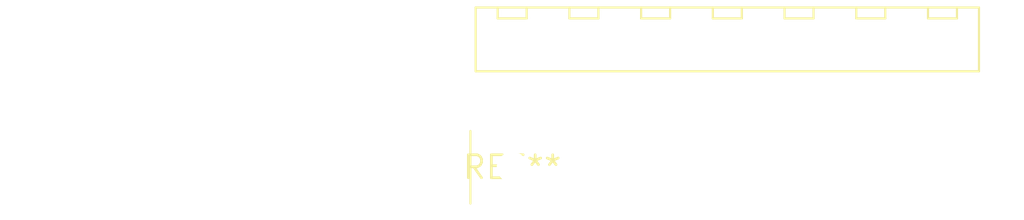
<source format=kicad_pcb>
(kicad_pcb (version 20240108) (generator pcbnew)
  (layers (0 "F.Cu" signal) (31 "B.Cu" signal) (34 "B.Paste" user) (35 "F.Paste" user) (36 "B.SilkS" user "B.Silkscreen") (37 "F.SilkS" user "F.Silkscreen") (38 "B.Mask" user) (39 "F.Mask" user) (44 "Edge.Cuts" user))
  (net 0 "")
  (footprint "Molex_KK-396_A-41792-0007_1x07_P3.96mm_Horizontal" (layer "F.Cu") (at 0 0)
    (property "Reference" "REF**")
    (property "Value" "Molex_KK-396_A-41792-0007_1x07_P3.96mm_Horizontal")
    (fp_line (start -2.305 -2) (end -2.305 2) (layer "F.SilkS") (stroke (width 0.12)))
    (fp_line (start -2.015 -8.82) (end 25.775 -8.82) (layer "F.SilkS") (stroke (width 0.12)))
    (fp_line (start -2.015 -5.3) (end -2.015 -8.82) (layer "F.SilkS") (stroke (width 0.12)))
    (fp_line (start -0.8 -8.82) (end -0.8 -8.22) (layer "F.SilkS") (stroke (width 0.12)))
    (fp_line (start -0.8 -8.22) (end 0.8 -8.22) (layer "F.SilkS") (stroke (width 0.12)))
    (fp_line (start 0.8 -8.22) (end 0.8 -8.82) (layer "F.SilkS") (stroke (width 0.12)))
    (fp_line (start 3.16 -8.82) (end 3.16 -8.22) (layer "F.SilkS") (stroke (width 0.12)))
    (fp_line (start 3.16 -8.22) (end 4.76 -8.22) (layer "F.SilkS") (stroke (width 0.12)))
    (fp_line (start 4.76 -8.22) (end 4.76 -8.82) (layer "F.SilkS") (stroke (width 0.12)))
    (fp_line (start 7.12 -8.82) (end 7.12 -8.22) (layer "F.SilkS") (stroke (width 0.12)))
    (fp_line (start 7.12 -8.22) (end 8.72 -8.22) (layer "F.SilkS") (stroke (width 0.12)))
    (fp_line (start 8.72 -8.22) (end 8.72 -8.82) (layer "F.SilkS") (stroke (width 0.12)))
    (fp_line (start 11.08 -8.82) (end 11.08 -8.22) (layer "F.SilkS") (stroke (width 0.12)))
    (fp_line (start 11.08 -8.22) (end 12.68 -8.22) (layer "F.SilkS") (stroke (width 0.12)))
    (fp_line (start 12.68 -8.22) (end 12.68 -8.82) (layer "F.SilkS") (stroke (width 0.12)))
    (fp_line (start 15.04 -8.82) (end 15.04 -8.22) (layer "F.SilkS") (stroke (width 0.12)))
    (fp_line (start 15.04 -8.22) (end 16.64 -8.22) (layer "F.SilkS") (stroke (width 0.12)))
    (fp_line (start 16.64 -8.22) (end 16.64 -8.82) (layer "F.SilkS") (stroke (width 0.12)))
    (fp_line (start 19 -8.82) (end 19 -8.22) (layer "F.SilkS") (stroke (width 0.12)))
    (fp_line (start 19 -8.22) (end 20.6 -8.22) (layer "F.SilkS") (stroke (width 0.12)))
    (fp_line (start 20.6 -8.22) (end 20.6 -8.82) (layer "F.SilkS") (stroke (width 0.12)))
    (fp_line (start 22.96 -8.82) (end 22.96 -8.22) (layer "F.SilkS") (stroke (width 0.12)))
    (fp_line (start 22.96 -8.22) (end 24.56 -8.22) (layer "F.SilkS") (stroke (width 0.12)))
    (fp_line (start 24.56 -8.22) (end 24.56 -8.82) (layer "F.SilkS") (stroke (width 0.12)))
    (fp_line (start 25.775 -8.82) (end 25.775 -5.3) (layer "F.SilkS") (stroke (width 0.12)))
    (fp_line (start 25.775 -5.3) (end -2.015 -5.3) (layer "F.SilkS") (stroke (width 0.12)))
    (pad "1" thru_hole roundrect (at 0 0) (size 3.16 4.1) (drill 1.7) (layers *.Cu *.Mask) (remove_unused_layers) (roundrect_rratio 0.079114))
    (pad "2" thru_hole oval (at 3.96 0) (size 3.16 4.1) (drill 1.7) (layers *.Cu *.Mask) (remove_unused_layers))
    (pad "3" thru_hole oval (at 7.92 0) (size 3.16 4.1) (drill 1.7) (layers *.Cu *.Mask) (remove_unused_layers))
    (pad "4" thru_hole oval (at 11.88 0) (size 3.16 4.1) (drill 1.7) (layers *.Cu *.Mask) (remove_unused_layers))
    (pad "5" thru_hole oval (at 15.84 0) (size 3.16 4.1) (drill 1.7) (layers *.Cu *.Mask) (remove_unused_layers))
    (pad "6" thru_hole oval (at 19.8 0) (size 3.16 4.1) (drill 1.7) (layers *.Cu *.Mask) (remove_unused_layers))
    (pad "7" thru_hole oval (at 23.76 0) (size 3.16 4.1) (drill 1.7) (layers *.Cu *.Mask) (remove_unused_layers))
  )
)
</source>
